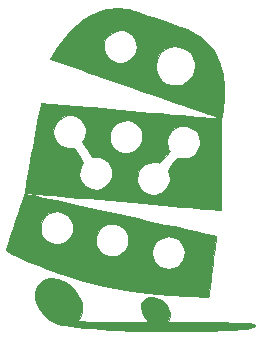
<source format=gbo>
G04 #@! TF.FileFunction,Legend,Bot*
%FSLAX46Y46*%
G04 Gerber Fmt 4.6, Leading zero omitted, Abs format (unit mm)*
G04 Created by KiCad (PCBNEW 4.0.4-stable) date Mon Sep 26 22:20:25 2016*
%MOMM*%
%LPD*%
G01*
G04 APERTURE LIST*
%ADD10C,0.100000*%
%ADD11C,0.010000*%
%ADD12C,2.032000*%
%ADD13R,1.727200X2.032000*%
%ADD14O,1.727200X2.032000*%
%ADD15R,2.032000X1.727200*%
%ADD16O,2.032000X1.727200*%
G04 APERTURE END LIST*
D10*
D11*
G36*
X156278043Y-132753412D02*
X156045591Y-132849953D01*
X155843611Y-132997409D01*
X155600128Y-133279296D01*
X155449269Y-133604858D01*
X155385364Y-133962256D01*
X155402739Y-134339655D01*
X155495722Y-134725215D01*
X155658641Y-135107101D01*
X155885825Y-135473473D01*
X156171600Y-135812496D01*
X156510295Y-136112331D01*
X156896237Y-136361141D01*
X157323754Y-136547089D01*
X157579148Y-136619335D01*
X157924282Y-136686586D01*
X158370982Y-136754181D01*
X158907938Y-136821009D01*
X159523837Y-136885958D01*
X160207366Y-136947918D01*
X160947214Y-137005776D01*
X161732068Y-137058420D01*
X162484000Y-137101285D01*
X162766051Y-137112453D01*
X163147591Y-137122138D01*
X163615228Y-137130345D01*
X164155572Y-137137078D01*
X164755231Y-137142342D01*
X165400815Y-137146143D01*
X166078932Y-137148483D01*
X166776193Y-137149369D01*
X167479206Y-137148805D01*
X168174580Y-137146795D01*
X168848924Y-137143344D01*
X169488848Y-137138458D01*
X170080961Y-137132140D01*
X170611871Y-137124396D01*
X171068188Y-137115230D01*
X171436521Y-137104647D01*
X171599778Y-137098084D01*
X172253519Y-137062637D01*
X172797891Y-137021667D01*
X173236305Y-136974625D01*
X173572171Y-136920962D01*
X173808901Y-136860127D01*
X173949904Y-136791570D01*
X173998591Y-136714742D01*
X173998666Y-136711386D01*
X173954541Y-136605788D01*
X173906035Y-136571643D01*
X173785834Y-136540033D01*
X173597921Y-136512750D01*
X173336806Y-136489601D01*
X172996997Y-136470398D01*
X172573004Y-136454949D01*
X172059336Y-136443064D01*
X171450503Y-136434552D01*
X170741013Y-136429224D01*
X169925377Y-136426888D01*
X169729602Y-136426756D01*
X166674093Y-136425778D01*
X166756936Y-136185889D01*
X166811143Y-135900817D01*
X166777155Y-135596277D01*
X166652328Y-135251977D01*
X166628677Y-135201972D01*
X166435972Y-134899789D01*
X166187690Y-134653223D01*
X165901414Y-134466999D01*
X165594729Y-134345842D01*
X165285220Y-134294476D01*
X164990470Y-134317626D01*
X164728065Y-134420018D01*
X164515588Y-134606376D01*
X164498019Y-134629462D01*
X164385649Y-134872740D01*
X164353227Y-135166488D01*
X164396676Y-135485786D01*
X164511919Y-135805712D01*
X164694879Y-136101348D01*
X164749621Y-136167292D01*
X164977149Y-136425778D01*
X163485745Y-136425778D01*
X162977537Y-136424112D01*
X162397634Y-136419453D01*
X161787178Y-136412309D01*
X161187308Y-136403186D01*
X160639165Y-136392593D01*
X160459880Y-136388455D01*
X158925420Y-136351133D01*
X159032997Y-136233233D01*
X159191070Y-136026529D01*
X159289678Y-135803939D01*
X159339271Y-135532802D01*
X159350695Y-135240445D01*
X159345743Y-134989816D01*
X159324229Y-134801392D01*
X159275281Y-134627745D01*
X159188027Y-134421446D01*
X159139128Y-134317401D01*
X158872806Y-133871713D01*
X158527036Y-133468856D01*
X158126001Y-133133437D01*
X157770889Y-132925027D01*
X157516649Y-132815655D01*
X157288381Y-132751780D01*
X157027218Y-132718689D01*
X156917172Y-132711658D01*
X156558894Y-132709889D01*
X156278043Y-132753412D01*
X156278043Y-132753412D01*
G37*
X156278043Y-132753412D02*
X156045591Y-132849953D01*
X155843611Y-132997409D01*
X155600128Y-133279296D01*
X155449269Y-133604858D01*
X155385364Y-133962256D01*
X155402739Y-134339655D01*
X155495722Y-134725215D01*
X155658641Y-135107101D01*
X155885825Y-135473473D01*
X156171600Y-135812496D01*
X156510295Y-136112331D01*
X156896237Y-136361141D01*
X157323754Y-136547089D01*
X157579148Y-136619335D01*
X157924282Y-136686586D01*
X158370982Y-136754181D01*
X158907938Y-136821009D01*
X159523837Y-136885958D01*
X160207366Y-136947918D01*
X160947214Y-137005776D01*
X161732068Y-137058420D01*
X162484000Y-137101285D01*
X162766051Y-137112453D01*
X163147591Y-137122138D01*
X163615228Y-137130345D01*
X164155572Y-137137078D01*
X164755231Y-137142342D01*
X165400815Y-137146143D01*
X166078932Y-137148483D01*
X166776193Y-137149369D01*
X167479206Y-137148805D01*
X168174580Y-137146795D01*
X168848924Y-137143344D01*
X169488848Y-137138458D01*
X170080961Y-137132140D01*
X170611871Y-137124396D01*
X171068188Y-137115230D01*
X171436521Y-137104647D01*
X171599778Y-137098084D01*
X172253519Y-137062637D01*
X172797891Y-137021667D01*
X173236305Y-136974625D01*
X173572171Y-136920962D01*
X173808901Y-136860127D01*
X173949904Y-136791570D01*
X173998591Y-136714742D01*
X173998666Y-136711386D01*
X173954541Y-136605788D01*
X173906035Y-136571643D01*
X173785834Y-136540033D01*
X173597921Y-136512750D01*
X173336806Y-136489601D01*
X172996997Y-136470398D01*
X172573004Y-136454949D01*
X172059336Y-136443064D01*
X171450503Y-136434552D01*
X170741013Y-136429224D01*
X169925377Y-136426888D01*
X169729602Y-136426756D01*
X166674093Y-136425778D01*
X166756936Y-136185889D01*
X166811143Y-135900817D01*
X166777155Y-135596277D01*
X166652328Y-135251977D01*
X166628677Y-135201972D01*
X166435972Y-134899789D01*
X166187690Y-134653223D01*
X165901414Y-134466999D01*
X165594729Y-134345842D01*
X165285220Y-134294476D01*
X164990470Y-134317626D01*
X164728065Y-134420018D01*
X164515588Y-134606376D01*
X164498019Y-134629462D01*
X164385649Y-134872740D01*
X164353227Y-135166488D01*
X164396676Y-135485786D01*
X164511919Y-135805712D01*
X164694879Y-136101348D01*
X164749621Y-136167292D01*
X164977149Y-136425778D01*
X163485745Y-136425778D01*
X162977537Y-136424112D01*
X162397634Y-136419453D01*
X161787178Y-136412309D01*
X161187308Y-136403186D01*
X160639165Y-136392593D01*
X160459880Y-136388455D01*
X158925420Y-136351133D01*
X159032997Y-136233233D01*
X159191070Y-136026529D01*
X159289678Y-135803939D01*
X159339271Y-135532802D01*
X159350695Y-135240445D01*
X159345743Y-134989816D01*
X159324229Y-134801392D01*
X159275281Y-134627745D01*
X159188027Y-134421446D01*
X159139128Y-134317401D01*
X158872806Y-133871713D01*
X158527036Y-133468856D01*
X158126001Y-133133437D01*
X157770889Y-132925027D01*
X157516649Y-132815655D01*
X157288381Y-132751780D01*
X157027218Y-132718689D01*
X156917172Y-132711658D01*
X156558894Y-132709889D01*
X156278043Y-132753412D01*
G36*
X154477062Y-125584938D02*
X154420500Y-125731405D01*
X154338887Y-125959288D01*
X154236501Y-126255409D01*
X154117620Y-126606590D01*
X153986524Y-126999653D01*
X153847489Y-127421422D01*
X153704796Y-127858719D01*
X153562721Y-128298367D01*
X153425543Y-128727187D01*
X153297542Y-129132002D01*
X153182994Y-129499636D01*
X153086179Y-129816910D01*
X153011374Y-130070647D01*
X152962859Y-130247670D01*
X152944911Y-130334801D01*
X152944889Y-130336076D01*
X152996026Y-130395384D01*
X153141992Y-130488763D01*
X153371616Y-130611445D01*
X153673730Y-130758663D01*
X154037163Y-130925651D01*
X154450745Y-131107641D01*
X154903307Y-131299867D01*
X155383680Y-131497561D01*
X155880692Y-131695957D01*
X156383176Y-131890289D01*
X156879961Y-132075788D01*
X157359877Y-132247689D01*
X157686222Y-132359530D01*
X159465230Y-132907881D01*
X161239680Y-133356623D01*
X163025338Y-133708470D01*
X164837969Y-133966131D01*
X166693338Y-134132320D01*
X168421587Y-134206115D01*
X170041174Y-134241301D01*
X170071011Y-134105873D01*
X170088631Y-134003342D01*
X170117452Y-133808688D01*
X170155714Y-133535665D01*
X170201653Y-133198025D01*
X170253505Y-132809523D01*
X170309510Y-132383912D01*
X170367904Y-131934946D01*
X170426924Y-131476378D01*
X170484808Y-131021963D01*
X170539794Y-130585454D01*
X170553977Y-130471352D01*
X168059703Y-130471352D01*
X168027979Y-130834526D01*
X167900642Y-131181432D01*
X167687672Y-131479917D01*
X167401760Y-131707039D01*
X167063340Y-131849351D01*
X166698094Y-131903466D01*
X166331708Y-131865999D01*
X165989864Y-131733562D01*
X165948596Y-131709211D01*
X165698799Y-131501804D01*
X165485490Y-131225638D01*
X165335460Y-130920303D01*
X165285186Y-130728888D01*
X165279793Y-130362215D01*
X165373429Y-130016662D01*
X165552361Y-129707951D01*
X165799839Y-129454889D01*
X163271743Y-129454889D01*
X163219222Y-129847777D01*
X163067823Y-130197447D01*
X162826794Y-130489400D01*
X162505381Y-130709139D01*
X162457030Y-130732166D01*
X162192606Y-130808378D01*
X161880230Y-130833974D01*
X161572746Y-130808072D01*
X161367409Y-130750355D01*
X161119665Y-130603751D01*
X160878367Y-130387705D01*
X160683074Y-130140695D01*
X160615844Y-130019333D01*
X160541132Y-129775587D01*
X160509963Y-129483053D01*
X160509684Y-129458599D01*
X160557896Y-129085218D01*
X160694776Y-128759384D01*
X160904309Y-128488269D01*
X160953036Y-128449966D01*
X158622632Y-128449966D01*
X158570374Y-128794518D01*
X158426381Y-129117863D01*
X158193862Y-129404067D01*
X157876024Y-129637194D01*
X157742666Y-129704456D01*
X157385011Y-129806431D01*
X157013416Y-129797311D01*
X156779972Y-129736004D01*
X156423507Y-129556510D01*
X156140843Y-129292828D01*
X156008258Y-129100199D01*
X155918948Y-128926912D01*
X155871157Y-128761906D01*
X155853219Y-128555874D01*
X155851778Y-128438889D01*
X155878886Y-128092182D01*
X155969550Y-127810684D01*
X156137780Y-127558168D01*
X156232408Y-127454622D01*
X156545390Y-127207116D01*
X156889351Y-127062357D01*
X157248399Y-127020397D01*
X157606639Y-127081285D01*
X157948179Y-127245072D01*
X158196910Y-127448423D01*
X158439108Y-127760983D01*
X158579946Y-128100142D01*
X158622632Y-128449966D01*
X160953036Y-128449966D01*
X161170477Y-128279045D01*
X161477266Y-128138882D01*
X161808657Y-128074954D01*
X162148636Y-128094431D01*
X162481186Y-128204486D01*
X162790290Y-128412290D01*
X162808874Y-128429063D01*
X163058867Y-128708819D01*
X163208244Y-129007022D01*
X163268985Y-129350222D01*
X163271743Y-129454889D01*
X165799839Y-129454889D01*
X165802859Y-129451801D01*
X166111190Y-129263934D01*
X166463625Y-129160070D01*
X166669147Y-129144445D01*
X167005212Y-129173773D01*
X167285502Y-129272694D01*
X167553816Y-129457610D01*
X167591160Y-129489750D01*
X167840296Y-129778412D01*
X167996810Y-130112463D01*
X168059703Y-130471352D01*
X170553977Y-130471352D01*
X170590118Y-130180604D01*
X170634018Y-129821168D01*
X170669731Y-129520899D01*
X170695495Y-129293551D01*
X170709548Y-129152877D01*
X170711038Y-129111779D01*
X170654325Y-129097131D01*
X170494792Y-129059929D01*
X170239886Y-129001814D01*
X169897050Y-128924433D01*
X169473731Y-128829428D01*
X168977374Y-128718443D01*
X168415423Y-128593124D01*
X167795325Y-128455113D01*
X167124523Y-128306055D01*
X166410464Y-128147593D01*
X165660593Y-127981373D01*
X164882356Y-127809037D01*
X164083196Y-127632230D01*
X163270560Y-127452596D01*
X162451892Y-127271779D01*
X161634639Y-127091423D01*
X160826244Y-126913172D01*
X160034154Y-126738670D01*
X159265814Y-126569561D01*
X158528669Y-126407489D01*
X157830164Y-126254098D01*
X157177744Y-126111033D01*
X156578856Y-125979936D01*
X156040942Y-125862453D01*
X155571451Y-125760227D01*
X155177825Y-125674903D01*
X154867511Y-125608123D01*
X154647954Y-125561533D01*
X154526599Y-125536777D01*
X154504294Y-125533063D01*
X154477062Y-125584938D01*
X154477062Y-125584938D01*
G37*
X154477062Y-125584938D02*
X154420500Y-125731405D01*
X154338887Y-125959288D01*
X154236501Y-126255409D01*
X154117620Y-126606590D01*
X153986524Y-126999653D01*
X153847489Y-127421422D01*
X153704796Y-127858719D01*
X153562721Y-128298367D01*
X153425543Y-128727187D01*
X153297542Y-129132002D01*
X153182994Y-129499636D01*
X153086179Y-129816910D01*
X153011374Y-130070647D01*
X152962859Y-130247670D01*
X152944911Y-130334801D01*
X152944889Y-130336076D01*
X152996026Y-130395384D01*
X153141992Y-130488763D01*
X153371616Y-130611445D01*
X153673730Y-130758663D01*
X154037163Y-130925651D01*
X154450745Y-131107641D01*
X154903307Y-131299867D01*
X155383680Y-131497561D01*
X155880692Y-131695957D01*
X156383176Y-131890289D01*
X156879961Y-132075788D01*
X157359877Y-132247689D01*
X157686222Y-132359530D01*
X159465230Y-132907881D01*
X161239680Y-133356623D01*
X163025338Y-133708470D01*
X164837969Y-133966131D01*
X166693338Y-134132320D01*
X168421587Y-134206115D01*
X170041174Y-134241301D01*
X170071011Y-134105873D01*
X170088631Y-134003342D01*
X170117452Y-133808688D01*
X170155714Y-133535665D01*
X170201653Y-133198025D01*
X170253505Y-132809523D01*
X170309510Y-132383912D01*
X170367904Y-131934946D01*
X170426924Y-131476378D01*
X170484808Y-131021963D01*
X170539794Y-130585454D01*
X170553977Y-130471352D01*
X168059703Y-130471352D01*
X168027979Y-130834526D01*
X167900642Y-131181432D01*
X167687672Y-131479917D01*
X167401760Y-131707039D01*
X167063340Y-131849351D01*
X166698094Y-131903466D01*
X166331708Y-131865999D01*
X165989864Y-131733562D01*
X165948596Y-131709211D01*
X165698799Y-131501804D01*
X165485490Y-131225638D01*
X165335460Y-130920303D01*
X165285186Y-130728888D01*
X165279793Y-130362215D01*
X165373429Y-130016662D01*
X165552361Y-129707951D01*
X165799839Y-129454889D01*
X163271743Y-129454889D01*
X163219222Y-129847777D01*
X163067823Y-130197447D01*
X162826794Y-130489400D01*
X162505381Y-130709139D01*
X162457030Y-130732166D01*
X162192606Y-130808378D01*
X161880230Y-130833974D01*
X161572746Y-130808072D01*
X161367409Y-130750355D01*
X161119665Y-130603751D01*
X160878367Y-130387705D01*
X160683074Y-130140695D01*
X160615844Y-130019333D01*
X160541132Y-129775587D01*
X160509963Y-129483053D01*
X160509684Y-129458599D01*
X160557896Y-129085218D01*
X160694776Y-128759384D01*
X160904309Y-128488269D01*
X160953036Y-128449966D01*
X158622632Y-128449966D01*
X158570374Y-128794518D01*
X158426381Y-129117863D01*
X158193862Y-129404067D01*
X157876024Y-129637194D01*
X157742666Y-129704456D01*
X157385011Y-129806431D01*
X157013416Y-129797311D01*
X156779972Y-129736004D01*
X156423507Y-129556510D01*
X156140843Y-129292828D01*
X156008258Y-129100199D01*
X155918948Y-128926912D01*
X155871157Y-128761906D01*
X155853219Y-128555874D01*
X155851778Y-128438889D01*
X155878886Y-128092182D01*
X155969550Y-127810684D01*
X156137780Y-127558168D01*
X156232408Y-127454622D01*
X156545390Y-127207116D01*
X156889351Y-127062357D01*
X157248399Y-127020397D01*
X157606639Y-127081285D01*
X157948179Y-127245072D01*
X158196910Y-127448423D01*
X158439108Y-127760983D01*
X158579946Y-128100142D01*
X158622632Y-128449966D01*
X160953036Y-128449966D01*
X161170477Y-128279045D01*
X161477266Y-128138882D01*
X161808657Y-128074954D01*
X162148636Y-128094431D01*
X162481186Y-128204486D01*
X162790290Y-128412290D01*
X162808874Y-128429063D01*
X163058867Y-128708819D01*
X163208244Y-129007022D01*
X163268985Y-129350222D01*
X163271743Y-129454889D01*
X165799839Y-129454889D01*
X165802859Y-129451801D01*
X166111190Y-129263934D01*
X166463625Y-129160070D01*
X166669147Y-129144445D01*
X167005212Y-129173773D01*
X167285502Y-129272694D01*
X167553816Y-129457610D01*
X167591160Y-129489750D01*
X167840296Y-129778412D01*
X167996810Y-130112463D01*
X168059703Y-130471352D01*
X170553977Y-130471352D01*
X170590118Y-130180604D01*
X170634018Y-129821168D01*
X170669731Y-129520899D01*
X170695495Y-129293551D01*
X170709548Y-129152877D01*
X170711038Y-129111779D01*
X170654325Y-129097131D01*
X170494792Y-129059929D01*
X170239886Y-129001814D01*
X169897050Y-128924433D01*
X169473731Y-128829428D01*
X168977374Y-128718443D01*
X168415423Y-128593124D01*
X167795325Y-128455113D01*
X167124523Y-128306055D01*
X166410464Y-128147593D01*
X165660593Y-127981373D01*
X164882356Y-127809037D01*
X164083196Y-127632230D01*
X163270560Y-127452596D01*
X162451892Y-127271779D01*
X161634639Y-127091423D01*
X160826244Y-126913172D01*
X160034154Y-126738670D01*
X159265814Y-126569561D01*
X158528669Y-126407489D01*
X157830164Y-126254098D01*
X157177744Y-126111033D01*
X156578856Y-125979936D01*
X156040942Y-125862453D01*
X155571451Y-125760227D01*
X155177825Y-125674903D01*
X154867511Y-125608123D01*
X154647954Y-125561533D01*
X154526599Y-125536777D01*
X154504294Y-125533063D01*
X154477062Y-125584938D01*
G36*
X155891920Y-117881265D02*
X155877535Y-117939427D01*
X155845061Y-118097260D01*
X155796536Y-118343771D01*
X155733995Y-118667968D01*
X155659475Y-119058857D01*
X155575013Y-119505445D01*
X155482646Y-119996740D01*
X155384409Y-120521749D01*
X155282340Y-121069478D01*
X155178475Y-121628934D01*
X155074851Y-122189125D01*
X154973504Y-122739058D01*
X154876471Y-123267739D01*
X154785789Y-123764177D01*
X154703494Y-124217376D01*
X154631622Y-124616346D01*
X154572211Y-124950092D01*
X154527296Y-125207622D01*
X154498915Y-125377943D01*
X154489104Y-125450062D01*
X154489387Y-125451750D01*
X154545481Y-125457134D01*
X154707759Y-125471874D01*
X154969953Y-125495413D01*
X155325793Y-125527195D01*
X155769010Y-125566664D01*
X156293336Y-125613265D01*
X156892502Y-125666440D01*
X157560239Y-125725634D01*
X158290278Y-125790292D01*
X159076350Y-125859856D01*
X159912186Y-125933771D01*
X160791519Y-126011481D01*
X161708077Y-126092430D01*
X162625111Y-126173372D01*
X163575198Y-126257292D01*
X164496269Y-126338819D01*
X165381873Y-126417372D01*
X166225559Y-126492372D01*
X167020876Y-126563241D01*
X167761374Y-126629400D01*
X168440601Y-126690269D01*
X169052106Y-126745269D01*
X169589439Y-126793822D01*
X170046149Y-126835348D01*
X170415784Y-126869268D01*
X170691895Y-126895003D01*
X170868029Y-126911975D01*
X170936555Y-126919402D01*
X171120000Y-126948227D01*
X171120000Y-121087326D01*
X169347981Y-121087326D01*
X169321377Y-121428253D01*
X169208103Y-121755951D01*
X169008213Y-122053372D01*
X168721758Y-122303466D01*
X168578968Y-122388544D01*
X168408510Y-122472567D01*
X168268395Y-122518507D01*
X168114910Y-122534286D01*
X167904342Y-122527825D01*
X167834465Y-122523455D01*
X167399375Y-122494998D01*
X167001908Y-122983388D01*
X166804254Y-123238402D01*
X166682290Y-123424111D01*
X166638455Y-123536644D01*
X166641273Y-123556445D01*
X166675158Y-123655684D01*
X166723661Y-123822195D01*
X166760237Y-123958548D01*
X166804580Y-124157418D01*
X166812060Y-124311087D01*
X166781662Y-124479072D01*
X166749375Y-124595882D01*
X166589037Y-124951848D01*
X166338235Y-125254189D01*
X166014247Y-125482966D01*
X165955333Y-125512084D01*
X165601666Y-125624221D01*
X165243797Y-125627593D01*
X164960338Y-125558647D01*
X164617379Y-125389378D01*
X164350003Y-125152202D01*
X164159675Y-124864362D01*
X164047862Y-124543104D01*
X164016029Y-124205670D01*
X164065643Y-123869305D01*
X164101929Y-123782222D01*
X161917076Y-123782222D01*
X161867136Y-124160199D01*
X161727604Y-124494169D01*
X161513908Y-124774006D01*
X161241480Y-124989582D01*
X160925750Y-125130772D01*
X160582148Y-125187448D01*
X160226104Y-125149486D01*
X159972222Y-125058583D01*
X159638682Y-124846172D01*
X159384433Y-124571805D01*
X159215570Y-124252502D01*
X159138189Y-123905282D01*
X159158387Y-123547164D01*
X159282259Y-123195166D01*
X159295697Y-123169858D01*
X159448905Y-122888363D01*
X159061453Y-122266702D01*
X158674000Y-121645041D01*
X158469454Y-121675485D01*
X158201485Y-121671032D01*
X157901520Y-121596558D01*
X157612453Y-121466513D01*
X157397579Y-121314373D01*
X157146774Y-121039296D01*
X156995872Y-120746666D01*
X156932332Y-120408905D01*
X156928398Y-120282667D01*
X156978170Y-119886767D01*
X157126678Y-119545187D01*
X157372704Y-119259771D01*
X157715035Y-119032361D01*
X157770889Y-119005112D01*
X158133310Y-118893276D01*
X158498653Y-118890129D01*
X158852328Y-118992836D01*
X159179744Y-119198562D01*
X159291602Y-119300514D01*
X159531497Y-119613465D01*
X159670074Y-119961783D01*
X159704940Y-120328938D01*
X159633702Y-120698397D01*
X159528062Y-120934290D01*
X159390192Y-121180965D01*
X159776965Y-121790149D01*
X160163739Y-122399333D01*
X160491314Y-122402997D01*
X160883578Y-122457528D01*
X161231860Y-122603275D01*
X161522699Y-122827219D01*
X161742636Y-123116341D01*
X161878213Y-123457620D01*
X161917076Y-123782222D01*
X164101929Y-123782222D01*
X164198170Y-123551253D01*
X164415076Y-123268757D01*
X164717826Y-123039061D01*
X164744850Y-123023998D01*
X165062650Y-122902344D01*
X165409532Y-122854060D01*
X165737213Y-122885281D01*
X165769828Y-122893780D01*
X165840449Y-122905854D01*
X165907690Y-122889552D01*
X165988043Y-122831455D01*
X166097999Y-122718145D01*
X166254049Y-122536206D01*
X166347557Y-122423712D01*
X166772124Y-121910752D01*
X166675663Y-121731709D01*
X166604132Y-121513619D01*
X166575769Y-121235099D01*
X166589698Y-120939664D01*
X166637801Y-120706000D01*
X164457076Y-120706000D01*
X164405865Y-121099474D01*
X164260197Y-121443292D01*
X164032019Y-121725505D01*
X163733277Y-121934167D01*
X163375920Y-122057332D01*
X163076666Y-122086410D01*
X162782720Y-122061126D01*
X162532095Y-121992443D01*
X162510969Y-121983277D01*
X162180079Y-121774352D01*
X161927552Y-121490893D01*
X161763002Y-121147908D01*
X161696045Y-120760407D01*
X161695017Y-120709710D01*
X161740511Y-120334193D01*
X161884110Y-120005841D01*
X162132014Y-119711259D01*
X162174943Y-119672349D01*
X162501924Y-119453121D01*
X162855311Y-119338498D01*
X163219308Y-119328381D01*
X163578116Y-119422673D01*
X163915939Y-119621276D01*
X163991217Y-119683639D01*
X164243965Y-119959281D01*
X164394866Y-120261262D01*
X164454945Y-120613772D01*
X164457076Y-120706000D01*
X166637801Y-120706000D01*
X166645042Y-120670828D01*
X166699729Y-120536667D01*
X166927019Y-120219120D01*
X167217628Y-119982345D01*
X167552940Y-119832305D01*
X167914344Y-119774960D01*
X168283225Y-119816272D01*
X168586634Y-119932301D01*
X168907241Y-120155658D01*
X169140966Y-120433980D01*
X169287862Y-120750219D01*
X169347981Y-121087326D01*
X171120000Y-121087326D01*
X171120000Y-119215338D01*
X170936555Y-119185275D01*
X170853431Y-119175847D01*
X170666417Y-119157364D01*
X170384085Y-119130605D01*
X170015004Y-119096349D01*
X169567745Y-119055376D01*
X169050878Y-119008463D01*
X168472975Y-118956390D01*
X167842605Y-118899936D01*
X167168338Y-118839879D01*
X166458747Y-118776999D01*
X165955333Y-118732577D01*
X165150490Y-118661643D01*
X164319645Y-118588350D01*
X163478077Y-118514050D01*
X162641064Y-118440095D01*
X161823886Y-118367836D01*
X161041821Y-118298625D01*
X160310148Y-118233814D01*
X159644145Y-118174753D01*
X159059091Y-118122796D01*
X158570265Y-118079292D01*
X158543440Y-118076901D01*
X158011839Y-118030360D01*
X157514928Y-117988497D01*
X157063953Y-117952140D01*
X156670158Y-117922120D01*
X156344787Y-117899266D01*
X156099086Y-117884408D01*
X155944299Y-117878375D01*
X155891920Y-117881265D01*
X155891920Y-117881265D01*
G37*
X155891920Y-117881265D02*
X155877535Y-117939427D01*
X155845061Y-118097260D01*
X155796536Y-118343771D01*
X155733995Y-118667968D01*
X155659475Y-119058857D01*
X155575013Y-119505445D01*
X155482646Y-119996740D01*
X155384409Y-120521749D01*
X155282340Y-121069478D01*
X155178475Y-121628934D01*
X155074851Y-122189125D01*
X154973504Y-122739058D01*
X154876471Y-123267739D01*
X154785789Y-123764177D01*
X154703494Y-124217376D01*
X154631622Y-124616346D01*
X154572211Y-124950092D01*
X154527296Y-125207622D01*
X154498915Y-125377943D01*
X154489104Y-125450062D01*
X154489387Y-125451750D01*
X154545481Y-125457134D01*
X154707759Y-125471874D01*
X154969953Y-125495413D01*
X155325793Y-125527195D01*
X155769010Y-125566664D01*
X156293336Y-125613265D01*
X156892502Y-125666440D01*
X157560239Y-125725634D01*
X158290278Y-125790292D01*
X159076350Y-125859856D01*
X159912186Y-125933771D01*
X160791519Y-126011481D01*
X161708077Y-126092430D01*
X162625111Y-126173372D01*
X163575198Y-126257292D01*
X164496269Y-126338819D01*
X165381873Y-126417372D01*
X166225559Y-126492372D01*
X167020876Y-126563241D01*
X167761374Y-126629400D01*
X168440601Y-126690269D01*
X169052106Y-126745269D01*
X169589439Y-126793822D01*
X170046149Y-126835348D01*
X170415784Y-126869268D01*
X170691895Y-126895003D01*
X170868029Y-126911975D01*
X170936555Y-126919402D01*
X171120000Y-126948227D01*
X171120000Y-121087326D01*
X169347981Y-121087326D01*
X169321377Y-121428253D01*
X169208103Y-121755951D01*
X169008213Y-122053372D01*
X168721758Y-122303466D01*
X168578968Y-122388544D01*
X168408510Y-122472567D01*
X168268395Y-122518507D01*
X168114910Y-122534286D01*
X167904342Y-122527825D01*
X167834465Y-122523455D01*
X167399375Y-122494998D01*
X167001908Y-122983388D01*
X166804254Y-123238402D01*
X166682290Y-123424111D01*
X166638455Y-123536644D01*
X166641273Y-123556445D01*
X166675158Y-123655684D01*
X166723661Y-123822195D01*
X166760237Y-123958548D01*
X166804580Y-124157418D01*
X166812060Y-124311087D01*
X166781662Y-124479072D01*
X166749375Y-124595882D01*
X166589037Y-124951848D01*
X166338235Y-125254189D01*
X166014247Y-125482966D01*
X165955333Y-125512084D01*
X165601666Y-125624221D01*
X165243797Y-125627593D01*
X164960338Y-125558647D01*
X164617379Y-125389378D01*
X164350003Y-125152202D01*
X164159675Y-124864362D01*
X164047862Y-124543104D01*
X164016029Y-124205670D01*
X164065643Y-123869305D01*
X164101929Y-123782222D01*
X161917076Y-123782222D01*
X161867136Y-124160199D01*
X161727604Y-124494169D01*
X161513908Y-124774006D01*
X161241480Y-124989582D01*
X160925750Y-125130772D01*
X160582148Y-125187448D01*
X160226104Y-125149486D01*
X159972222Y-125058583D01*
X159638682Y-124846172D01*
X159384433Y-124571805D01*
X159215570Y-124252502D01*
X159138189Y-123905282D01*
X159158387Y-123547164D01*
X159282259Y-123195166D01*
X159295697Y-123169858D01*
X159448905Y-122888363D01*
X159061453Y-122266702D01*
X158674000Y-121645041D01*
X158469454Y-121675485D01*
X158201485Y-121671032D01*
X157901520Y-121596558D01*
X157612453Y-121466513D01*
X157397579Y-121314373D01*
X157146774Y-121039296D01*
X156995872Y-120746666D01*
X156932332Y-120408905D01*
X156928398Y-120282667D01*
X156978170Y-119886767D01*
X157126678Y-119545187D01*
X157372704Y-119259771D01*
X157715035Y-119032361D01*
X157770889Y-119005112D01*
X158133310Y-118893276D01*
X158498653Y-118890129D01*
X158852328Y-118992836D01*
X159179744Y-119198562D01*
X159291602Y-119300514D01*
X159531497Y-119613465D01*
X159670074Y-119961783D01*
X159704940Y-120328938D01*
X159633702Y-120698397D01*
X159528062Y-120934290D01*
X159390192Y-121180965D01*
X159776965Y-121790149D01*
X160163739Y-122399333D01*
X160491314Y-122402997D01*
X160883578Y-122457528D01*
X161231860Y-122603275D01*
X161522699Y-122827219D01*
X161742636Y-123116341D01*
X161878213Y-123457620D01*
X161917076Y-123782222D01*
X164101929Y-123782222D01*
X164198170Y-123551253D01*
X164415076Y-123268757D01*
X164717826Y-123039061D01*
X164744850Y-123023998D01*
X165062650Y-122902344D01*
X165409532Y-122854060D01*
X165737213Y-122885281D01*
X165769828Y-122893780D01*
X165840449Y-122905854D01*
X165907690Y-122889552D01*
X165988043Y-122831455D01*
X166097999Y-122718145D01*
X166254049Y-122536206D01*
X166347557Y-122423712D01*
X166772124Y-121910752D01*
X166675663Y-121731709D01*
X166604132Y-121513619D01*
X166575769Y-121235099D01*
X166589698Y-120939664D01*
X166637801Y-120706000D01*
X164457076Y-120706000D01*
X164405865Y-121099474D01*
X164260197Y-121443292D01*
X164032019Y-121725505D01*
X163733277Y-121934167D01*
X163375920Y-122057332D01*
X163076666Y-122086410D01*
X162782720Y-122061126D01*
X162532095Y-121992443D01*
X162510969Y-121983277D01*
X162180079Y-121774352D01*
X161927552Y-121490893D01*
X161763002Y-121147908D01*
X161696045Y-120760407D01*
X161695017Y-120709710D01*
X161740511Y-120334193D01*
X161884110Y-120005841D01*
X162132014Y-119711259D01*
X162174943Y-119672349D01*
X162501924Y-119453121D01*
X162855311Y-119338498D01*
X163219308Y-119328381D01*
X163578116Y-119422673D01*
X163915939Y-119621276D01*
X163991217Y-119683639D01*
X164243965Y-119959281D01*
X164394866Y-120261262D01*
X164454945Y-120613772D01*
X164457076Y-120706000D01*
X166637801Y-120706000D01*
X166645042Y-120670828D01*
X166699729Y-120536667D01*
X166927019Y-120219120D01*
X167217628Y-119982345D01*
X167552940Y-119832305D01*
X167914344Y-119774960D01*
X168283225Y-119816272D01*
X168586634Y-119932301D01*
X168907241Y-120155658D01*
X169140966Y-120433980D01*
X169287862Y-120750219D01*
X169347981Y-121087326D01*
X171120000Y-121087326D01*
X171120000Y-119215338D01*
X170936555Y-119185275D01*
X170853431Y-119175847D01*
X170666417Y-119157364D01*
X170384085Y-119130605D01*
X170015004Y-119096349D01*
X169567745Y-119055376D01*
X169050878Y-119008463D01*
X168472975Y-118956390D01*
X167842605Y-118899936D01*
X167168338Y-118839879D01*
X166458747Y-118776999D01*
X165955333Y-118732577D01*
X165150490Y-118661643D01*
X164319645Y-118588350D01*
X163478077Y-118514050D01*
X162641064Y-118440095D01*
X161823886Y-118367836D01*
X161041821Y-118298625D01*
X160310148Y-118233814D01*
X159644145Y-118174753D01*
X159059091Y-118122796D01*
X158570265Y-118079292D01*
X158543440Y-118076901D01*
X158011839Y-118030360D01*
X157514928Y-117988497D01*
X157063953Y-117952140D01*
X156670158Y-117922120D01*
X156344787Y-117899266D01*
X156099086Y-117884408D01*
X155944299Y-117878375D01*
X155891920Y-117881265D01*
G36*
X161779854Y-109865681D02*
X161432802Y-109910732D01*
X161355111Y-109926936D01*
X160714594Y-110121131D01*
X160100586Y-110404005D01*
X159502942Y-110781783D01*
X158911516Y-111260688D01*
X158443109Y-111713487D01*
X157750196Y-112500431D01*
X157158324Y-113326043D01*
X156832110Y-113873677D01*
X156677708Y-114153353D01*
X159425632Y-115102740D01*
X159937497Y-115279581D01*
X160540203Y-115487800D01*
X161217887Y-115721917D01*
X161954690Y-115976453D01*
X162734747Y-116245927D01*
X163542198Y-116524861D01*
X164361181Y-116807775D01*
X165175833Y-117089189D01*
X165970293Y-117363625D01*
X166604444Y-117582680D01*
X167283546Y-117817280D01*
X167932401Y-118041470D01*
X168543022Y-118252486D01*
X169107421Y-118447568D01*
X169617611Y-118623953D01*
X170065601Y-118778877D01*
X170443406Y-118909580D01*
X170743037Y-119013299D01*
X170956505Y-119087271D01*
X171075822Y-119128735D01*
X171098660Y-119136771D01*
X171137716Y-119094310D01*
X171184093Y-118944268D01*
X171236442Y-118691616D01*
X171265461Y-118522043D01*
X171317467Y-118108434D01*
X171352229Y-117634754D01*
X171369679Y-117130213D01*
X171369750Y-116624025D01*
X171352374Y-116145400D01*
X171317484Y-115723550D01*
X171272627Y-115424433D01*
X171068680Y-114640619D01*
X171048576Y-114590645D01*
X168915177Y-114590645D01*
X168906698Y-114799484D01*
X168857093Y-115182598D01*
X168761495Y-115463020D01*
X168610009Y-115684768D01*
X168392691Y-115914054D01*
X168145324Y-116118778D01*
X167903692Y-116266839D01*
X167830724Y-116298010D01*
X167562118Y-116358193D01*
X167241018Y-116373030D01*
X166912910Y-116344940D01*
X166623279Y-116276340D01*
X166507166Y-116227635D01*
X166157983Y-115990263D01*
X165888838Y-115689017D01*
X165702513Y-115341040D01*
X165601789Y-114963477D01*
X165589445Y-114573474D01*
X165668264Y-114188174D01*
X165841025Y-113824722D01*
X166070989Y-113538551D01*
X166403102Y-113278954D01*
X166745482Y-113127751D01*
X163986622Y-113127751D01*
X163913885Y-113498741D01*
X163834262Y-113685904D01*
X163702054Y-113878995D01*
X163510204Y-114079765D01*
X163294284Y-114256472D01*
X163089864Y-114377374D01*
X163036305Y-114397951D01*
X162740706Y-114452389D01*
X162417757Y-114448847D01*
X162131107Y-114388357D01*
X161792711Y-114211731D01*
X161520285Y-113957343D01*
X161323881Y-113644417D01*
X161213550Y-113292176D01*
X161199344Y-112919843D01*
X161242687Y-112689227D01*
X161340831Y-112464278D01*
X161502157Y-112226529D01*
X161560401Y-112157987D01*
X161866752Y-111891258D01*
X162204218Y-111727434D01*
X162558222Y-111666968D01*
X162914189Y-111710317D01*
X163257541Y-111857936D01*
X163559132Y-112095534D01*
X163807158Y-112414079D01*
X163950351Y-112762175D01*
X163986622Y-113127751D01*
X166745482Y-113127751D01*
X166769499Y-113117145D01*
X167153875Y-113049994D01*
X167539924Y-113074372D01*
X167911340Y-113187147D01*
X168251818Y-113385191D01*
X168545051Y-113665373D01*
X168774733Y-114024564D01*
X168791806Y-114060825D01*
X168866605Y-114242808D01*
X168905296Y-114403777D01*
X168915177Y-114590645D01*
X171048576Y-114590645D01*
X170783734Y-113932319D01*
X170419236Y-113301430D01*
X169976633Y-112749852D01*
X169457372Y-112279482D01*
X168862898Y-111892217D01*
X168416259Y-111677243D01*
X168238877Y-111606954D01*
X167975704Y-111508559D01*
X167641146Y-111387011D01*
X167249608Y-111247263D01*
X166815496Y-111094268D01*
X166353214Y-110932980D01*
X165877168Y-110768354D01*
X165401765Y-110605341D01*
X164941408Y-110448897D01*
X164510503Y-110303973D01*
X164123456Y-110175524D01*
X163794672Y-110068504D01*
X163538557Y-109987866D01*
X163369516Y-109938563D01*
X163334788Y-109929898D01*
X163003527Y-109877303D01*
X162606456Y-109849028D01*
X162184818Y-109845133D01*
X161779854Y-109865681D01*
X161779854Y-109865681D01*
G37*
X161779854Y-109865681D02*
X161432802Y-109910732D01*
X161355111Y-109926936D01*
X160714594Y-110121131D01*
X160100586Y-110404005D01*
X159502942Y-110781783D01*
X158911516Y-111260688D01*
X158443109Y-111713487D01*
X157750196Y-112500431D01*
X157158324Y-113326043D01*
X156832110Y-113873677D01*
X156677708Y-114153353D01*
X159425632Y-115102740D01*
X159937497Y-115279581D01*
X160540203Y-115487800D01*
X161217887Y-115721917D01*
X161954690Y-115976453D01*
X162734747Y-116245927D01*
X163542198Y-116524861D01*
X164361181Y-116807775D01*
X165175833Y-117089189D01*
X165970293Y-117363625D01*
X166604444Y-117582680D01*
X167283546Y-117817280D01*
X167932401Y-118041470D01*
X168543022Y-118252486D01*
X169107421Y-118447568D01*
X169617611Y-118623953D01*
X170065601Y-118778877D01*
X170443406Y-118909580D01*
X170743037Y-119013299D01*
X170956505Y-119087271D01*
X171075822Y-119128735D01*
X171098660Y-119136771D01*
X171137716Y-119094310D01*
X171184093Y-118944268D01*
X171236442Y-118691616D01*
X171265461Y-118522043D01*
X171317467Y-118108434D01*
X171352229Y-117634754D01*
X171369679Y-117130213D01*
X171369750Y-116624025D01*
X171352374Y-116145400D01*
X171317484Y-115723550D01*
X171272627Y-115424433D01*
X171068680Y-114640619D01*
X171048576Y-114590645D01*
X168915177Y-114590645D01*
X168906698Y-114799484D01*
X168857093Y-115182598D01*
X168761495Y-115463020D01*
X168610009Y-115684768D01*
X168392691Y-115914054D01*
X168145324Y-116118778D01*
X167903692Y-116266839D01*
X167830724Y-116298010D01*
X167562118Y-116358193D01*
X167241018Y-116373030D01*
X166912910Y-116344940D01*
X166623279Y-116276340D01*
X166507166Y-116227635D01*
X166157983Y-115990263D01*
X165888838Y-115689017D01*
X165702513Y-115341040D01*
X165601789Y-114963477D01*
X165589445Y-114573474D01*
X165668264Y-114188174D01*
X165841025Y-113824722D01*
X166070989Y-113538551D01*
X166403102Y-113278954D01*
X166745482Y-113127751D01*
X163986622Y-113127751D01*
X163913885Y-113498741D01*
X163834262Y-113685904D01*
X163702054Y-113878995D01*
X163510204Y-114079765D01*
X163294284Y-114256472D01*
X163089864Y-114377374D01*
X163036305Y-114397951D01*
X162740706Y-114452389D01*
X162417757Y-114448847D01*
X162131107Y-114388357D01*
X161792711Y-114211731D01*
X161520285Y-113957343D01*
X161323881Y-113644417D01*
X161213550Y-113292176D01*
X161199344Y-112919843D01*
X161242687Y-112689227D01*
X161340831Y-112464278D01*
X161502157Y-112226529D01*
X161560401Y-112157987D01*
X161866752Y-111891258D01*
X162204218Y-111727434D01*
X162558222Y-111666968D01*
X162914189Y-111710317D01*
X163257541Y-111857936D01*
X163559132Y-112095534D01*
X163807158Y-112414079D01*
X163950351Y-112762175D01*
X163986622Y-113127751D01*
X166745482Y-113127751D01*
X166769499Y-113117145D01*
X167153875Y-113049994D01*
X167539924Y-113074372D01*
X167911340Y-113187147D01*
X168251818Y-113385191D01*
X168545051Y-113665373D01*
X168774733Y-114024564D01*
X168791806Y-114060825D01*
X168866605Y-114242808D01*
X168905296Y-114403777D01*
X168915177Y-114590645D01*
X171048576Y-114590645D01*
X170783734Y-113932319D01*
X170419236Y-113301430D01*
X169976633Y-112749852D01*
X169457372Y-112279482D01*
X168862898Y-111892217D01*
X168416259Y-111677243D01*
X168238877Y-111606954D01*
X167975704Y-111508559D01*
X167641146Y-111387011D01*
X167249608Y-111247263D01*
X166815496Y-111094268D01*
X166353214Y-110932980D01*
X165877168Y-110768354D01*
X165401765Y-110605341D01*
X164941408Y-110448897D01*
X164510503Y-110303973D01*
X164123456Y-110175524D01*
X163794672Y-110068504D01*
X163538557Y-109987866D01*
X163369516Y-109938563D01*
X163334788Y-109929898D01*
X163003527Y-109877303D01*
X162606456Y-109849028D01*
X162184818Y-109845133D01*
X161779854Y-109865681D01*
%LPC*%
D12*
X171000000Y-142000000D03*
X173540000Y-142000000D03*
X176080000Y-142000000D03*
D13*
X166000000Y-142000000D03*
D14*
X163460000Y-142000000D03*
X160920000Y-142000000D03*
D15*
X182000000Y-120920000D03*
D16*
X182000000Y-123460000D03*
X182000000Y-126000000D03*
D15*
X145000000Y-120960000D03*
D16*
X145000000Y-123500000D03*
X145000000Y-126040000D03*
D13*
X166080000Y-105000000D03*
D14*
X163540000Y-105000000D03*
X161000000Y-105000000D03*
D12*
X150960000Y-142000000D03*
X153500000Y-142000000D03*
X156040000Y-142000000D03*
X145000000Y-136040000D03*
X145000000Y-133500000D03*
X145000000Y-130960000D03*
X182000000Y-135540000D03*
X182000000Y-133000000D03*
X182000000Y-130460000D03*
X145000000Y-116080000D03*
X145000000Y-113540000D03*
X145000000Y-111000000D03*
X182000000Y-116000000D03*
X182000000Y-113460000D03*
X182000000Y-110920000D03*
X150960000Y-105000000D03*
X153500000Y-105000000D03*
X156040000Y-105000000D03*
X170960000Y-105000000D03*
X173500000Y-105000000D03*
X176040000Y-105000000D03*
M02*

</source>
